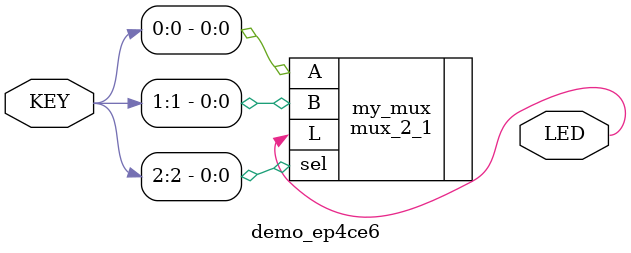
<source format=v>
/*
** demo_ep4ce6.v
**
**
*/


module demo_ep4ce6( input wire [3:0] KEY, output wire [0:0] LED );
		mux_2_1 my_mux( .sel(KEY[2]), .A(KEY[0]), .B(KEY[1]), .L(LED[0]) );
endmodule

</source>
